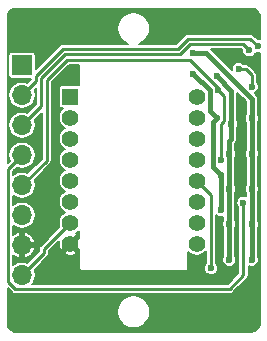
<source format=gbr>
%TF.GenerationSoftware,KiCad,Pcbnew,(5.1.6)-1*%
%TF.CreationDate,2020-09-30T00:52:58+08:00*%
%TF.ProjectId,Ogen,4f67656e-2e6b-4696-9361-645f70636258,rev?*%
%TF.SameCoordinates,Original*%
%TF.FileFunction,Copper,L2,Bot*%
%TF.FilePolarity,Positive*%
%FSLAX46Y46*%
G04 Gerber Fmt 4.6, Leading zero omitted, Abs format (unit mm)*
G04 Created by KiCad (PCBNEW (5.1.6)-1) date 2020-09-30 00:52:58*
%MOMM*%
%LPD*%
G01*
G04 APERTURE LIST*
%TA.AperFunction,ComponentPad*%
%ADD10O,1.700000X1.700000*%
%TD*%
%TA.AperFunction,ComponentPad*%
%ADD11R,1.700000X1.700000*%
%TD*%
%TA.AperFunction,ComponentPad*%
%ADD12C,1.400000*%
%TD*%
%TA.AperFunction,ComponentPad*%
%ADD13R,1.400000X1.400000*%
%TD*%
%TA.AperFunction,ViaPad*%
%ADD14C,0.600000*%
%TD*%
%TA.AperFunction,Conductor*%
%ADD15C,0.400000*%
%TD*%
%TA.AperFunction,Conductor*%
%ADD16C,0.250000*%
%TD*%
%TA.AperFunction,Conductor*%
%ADD17C,0.200000*%
%TD*%
G04 APERTURE END LIST*
D10*
%TO.P,J1,8*%
%TO.N,NRESET*%
X25550000Y-33890000D03*
%TO.P,J1,7*%
%TO.N,GND*%
X25550000Y-31350000D03*
%TO.P,J1,6*%
%TO.N,MOT-H*%
X25550000Y-28810000D03*
%TO.P,J1,5*%
%TO.N,SS-H*%
X25550000Y-26270000D03*
%TO.P,J1,4*%
%TO.N,SCLK-H*%
X25550000Y-23730000D03*
%TO.P,J1,3*%
%TO.N,MOSI-H*%
X25550000Y-21190000D03*
%TO.P,J1,2*%
%TO.N,MISO-H*%
X25550000Y-18650000D03*
D11*
%TO.P,J1,1*%
%TO.N,VCC*%
X25550000Y-16110000D03*
%TD*%
D12*
%TO.P,U2,9*%
%TO.N,MOT*%
X40350000Y-31230000D03*
D13*
%TO.P,U2,1*%
%TO.N,Net-(U2-Pad1)*%
X29650000Y-18770000D03*
D12*
%TO.P,U2,10*%
%TO.N,SCLK*%
X40350000Y-29450000D03*
%TO.P,U2,2*%
%TO.N,Net-(U2-Pad2)*%
X29650000Y-20550000D03*
%TO.P,U2,11*%
%TO.N,MOSI*%
X40350000Y-27670000D03*
%TO.P,U2,3*%
%TO.N,Net-(C1-Pad1)*%
X29650000Y-22330000D03*
%TO.P,U2,12*%
%TO.N,MISO*%
X40350000Y-25890000D03*
%TO.P,U2,4*%
%TO.N,VDD*%
X29650000Y-24110000D03*
%TO.P,U2,13*%
%TO.N,SS*%
X40350000Y-24110000D03*
%TO.P,U2,5*%
%TO.N,VDD*%
X29650000Y-25890000D03*
%TO.P,U2,14*%
%TO.N,Net-(U2-Pad14)*%
X40350000Y-22330000D03*
%TO.P,U2,6*%
%TO.N,Net-(U2-Pad6)*%
X29650000Y-27670000D03*
%TO.P,U2,15*%
%TO.N,Net-(R3-Pad2)*%
X40350000Y-20550000D03*
%TO.P,U2,7*%
%TO.N,NRESET*%
X29650000Y-29450000D03*
%TO.P,U2,16*%
%TO.N,Net-(U2-Pad16)*%
X40350000Y-18770000D03*
%TO.P,U2,8*%
%TO.N,GND*%
X29650000Y-31230000D03*
%TD*%
D14*
%TO.N,GND*%
X31650000Y-13750000D03*
X31000000Y-13750000D03*
X30350000Y-13750000D03*
X25400000Y-37100000D03*
X45200000Y-37300000D03*
X31100000Y-37250000D03*
X42200000Y-31750000D03*
X42300000Y-29650000D03*
X44100000Y-25400000D03*
X27600000Y-33650000D03*
X40150000Y-32900000D03*
X30900000Y-34100000D03*
X45250000Y-34600000D03*
X43450000Y-37750000D03*
X28350000Y-37850000D03*
X31700000Y-11750000D03*
X28800000Y-11750000D03*
X43900000Y-11750000D03*
X24800000Y-13800000D03*
X40600000Y-37700000D03*
X37450000Y-36950000D03*
X26200000Y-12050000D03*
X39700000Y-11800000D03*
X27350000Y-29400000D03*
X27250000Y-27350000D03*
X26800000Y-22450000D03*
X29650000Y-16900000D03*
X38100000Y-13300000D03*
%TO.N,VCC*%
X45000000Y-26600000D03*
X45000000Y-23600000D03*
X45000000Y-29600000D03*
X42400000Y-25400000D03*
X42400000Y-28400000D03*
X45000000Y-20600000D03*
X42050000Y-20550000D03*
X45000000Y-32600000D03*
X40050000Y-16850000D03*
X40050000Y-15050000D03*
%TO.N,SS-H*%
X45000000Y-17950000D03*
X42150000Y-18200000D03*
X42400000Y-24125000D03*
X43900000Y-16450000D03*
%TO.N,SCLK-H*%
X44300000Y-27750000D03*
%TO.N,MOSI-H*%
X44784457Y-14857771D03*
%TO.N,MISO-H*%
X45500000Y-14500000D03*
%TO.N,MISO*%
X41550000Y-33300000D03*
%TO.N,VDD*%
X43100000Y-32600000D03*
X43100000Y-29550000D03*
X43100000Y-26600000D03*
X43100000Y-23600000D03*
X43274989Y-21049998D03*
X42054443Y-17045557D03*
%TD*%
D15*
%TO.N,VCC*%
X42400000Y-28400000D02*
X42400000Y-27197524D01*
X41450001Y-18241999D02*
X40058002Y-16850000D01*
X40058002Y-16850000D02*
X40050000Y-16850000D01*
X45000000Y-32600000D02*
X45000000Y-20600000D01*
X41699999Y-20900001D02*
X42050000Y-20550000D01*
X42400000Y-25400000D02*
X41699999Y-24699999D01*
X41699999Y-24699999D02*
X41699999Y-20900001D01*
X41450001Y-19950001D02*
X42050000Y-20550000D01*
X41450001Y-18241999D02*
X41450001Y-19950001D01*
X42400000Y-25400000D02*
X42400000Y-27197524D01*
X41094888Y-15050000D02*
X40050000Y-15050000D01*
X45000000Y-20600000D02*
X45000000Y-18955112D01*
X45000000Y-18955112D02*
X41094888Y-15050000D01*
D16*
%TO.N,NRESET*%
X25550000Y-33974998D02*
X25550000Y-33980000D01*
X25550000Y-33890000D02*
X27400000Y-32040000D01*
X27400000Y-31700000D02*
X29650000Y-29450000D01*
X27400000Y-32040000D02*
X27400000Y-31700000D01*
%TO.N,SS-H*%
X42150000Y-18024998D02*
X39764992Y-15639990D01*
X39764992Y-15639990D02*
X29385008Y-15639990D01*
X42150000Y-18200000D02*
X42150000Y-18024998D01*
X42675001Y-18725001D02*
X42150000Y-18200000D01*
X42675001Y-20850001D02*
X42675001Y-18725001D01*
X42400000Y-21125002D02*
X42675001Y-20850001D01*
X42400000Y-24125000D02*
X42400000Y-21125002D01*
X42400000Y-21125002D02*
X42400000Y-21250000D01*
X29385008Y-15639990D02*
X27625021Y-17399977D01*
X27625021Y-17399977D02*
X27625021Y-24194979D01*
X27625021Y-24194979D02*
X25550000Y-26270000D01*
X43900000Y-16450000D02*
X44500000Y-16450000D01*
X45000000Y-16950000D02*
X45000000Y-17950000D01*
X44500000Y-16450000D02*
X45000000Y-16950000D01*
%TO.N,SCLK-H*%
X44300000Y-32600000D02*
X44300000Y-27750000D01*
X24374999Y-24905001D02*
X24374999Y-34454001D01*
X44300000Y-33900000D02*
X44300000Y-32600000D01*
X25550000Y-23730000D02*
X24374999Y-24905001D01*
X24374999Y-34454001D02*
X24985999Y-35065001D01*
X24985999Y-35065001D02*
X43134999Y-35065001D01*
X43134999Y-35065001D02*
X44300000Y-33900000D01*
%TO.N,MOSI-H*%
X39772933Y-14343099D02*
X44269785Y-14343099D01*
X44269785Y-14343099D02*
X44784457Y-14857771D01*
X39772933Y-14343099D02*
X38926052Y-15189980D01*
X38926052Y-15189980D02*
X29198608Y-15189980D01*
X27175011Y-19564989D02*
X25550000Y-21190000D01*
X27175012Y-17213576D02*
X27175011Y-19564989D01*
X29198608Y-15189980D02*
X27175012Y-17213576D01*
%TO.N,MISO-H*%
X40356911Y-13893089D02*
X44893089Y-13893089D01*
X44893089Y-13893089D02*
X45500000Y-14500000D01*
X39586533Y-13893089D02*
X40356911Y-13893089D01*
X26725001Y-17474999D02*
X25550000Y-18650000D01*
X26725001Y-17474999D02*
X26725003Y-17027175D01*
X26725003Y-17027175D02*
X29012208Y-14739970D01*
X29012208Y-14739970D02*
X38739652Y-14739970D01*
X38739652Y-14739970D02*
X39586533Y-13893089D01*
%TO.N,MISO*%
X41550000Y-27090000D02*
X40350000Y-25890000D01*
X41550000Y-33300000D02*
X41550000Y-27090000D01*
D15*
%TO.N,VDD*%
X43100000Y-23600000D02*
X43100000Y-32600000D01*
X43274989Y-18266103D02*
X42054443Y-17045557D01*
X43274989Y-21049998D02*
X43274989Y-18266103D01*
X43100000Y-22499978D02*
X43274989Y-22324989D01*
X43100000Y-23600000D02*
X43100000Y-22499978D01*
X43274989Y-21049998D02*
X43274989Y-22324989D01*
%TD*%
D17*
%TO.N,GND*%
G36*
X44184457Y-14858811D02*
G01*
X44184457Y-14916866D01*
X44207515Y-15032785D01*
X44252744Y-15141978D01*
X44318407Y-15240249D01*
X44401979Y-15323821D01*
X44500250Y-15389484D01*
X44609443Y-15434713D01*
X44725362Y-15457771D01*
X44843552Y-15457771D01*
X44959471Y-15434713D01*
X45068664Y-15389484D01*
X45166935Y-15323821D01*
X45250507Y-15240249D01*
X45316170Y-15141978D01*
X45341729Y-15080272D01*
X45440905Y-15100000D01*
X45559095Y-15100000D01*
X45675001Y-15076945D01*
X45675000Y-37984104D01*
X45660616Y-38130805D01*
X45622627Y-38256629D01*
X45560924Y-38372675D01*
X45477853Y-38474531D01*
X45376586Y-38558307D01*
X45260973Y-38620819D01*
X45135410Y-38659687D01*
X44989716Y-38675000D01*
X25015896Y-38675000D01*
X24869195Y-38660616D01*
X24743371Y-38622627D01*
X24627325Y-38560924D01*
X24525469Y-38477853D01*
X24441693Y-38376586D01*
X24379181Y-38260973D01*
X24340313Y-38135410D01*
X24325000Y-37989716D01*
X24325000Y-36862112D01*
X33600000Y-36862112D01*
X33600000Y-37137888D01*
X33653801Y-37408365D01*
X33759336Y-37663149D01*
X33912549Y-37892448D01*
X34107552Y-38087451D01*
X34336851Y-38240664D01*
X34591635Y-38346199D01*
X34862112Y-38400000D01*
X35137888Y-38400000D01*
X35408365Y-38346199D01*
X35663149Y-38240664D01*
X35892448Y-38087451D01*
X36087451Y-37892448D01*
X36240664Y-37663149D01*
X36346199Y-37408365D01*
X36400000Y-37137888D01*
X36400000Y-36862112D01*
X36346199Y-36591635D01*
X36240664Y-36336851D01*
X36087451Y-36107552D01*
X35892448Y-35912549D01*
X35663149Y-35759336D01*
X35408365Y-35653801D01*
X35137888Y-35600000D01*
X34862112Y-35600000D01*
X34591635Y-35653801D01*
X34336851Y-35759336D01*
X34107552Y-35912549D01*
X33912549Y-36107552D01*
X33759336Y-36336851D01*
X33653801Y-36591635D01*
X33600000Y-36862112D01*
X24325000Y-36862112D01*
X24325000Y-35005042D01*
X24670720Y-35350763D01*
X24684025Y-35366975D01*
X24748739Y-35420085D01*
X24822572Y-35459549D01*
X24878382Y-35476479D01*
X24902684Y-35483851D01*
X24911097Y-35484680D01*
X24965125Y-35490001D01*
X24965131Y-35490001D01*
X24985998Y-35492056D01*
X25006865Y-35490001D01*
X43114132Y-35490001D01*
X43134999Y-35492056D01*
X43155866Y-35490001D01*
X43155873Y-35490001D01*
X43218313Y-35483851D01*
X43298426Y-35459549D01*
X43372259Y-35420085D01*
X43436973Y-35366975D01*
X43450282Y-35350758D01*
X44585763Y-34215278D01*
X44601974Y-34201974D01*
X44655084Y-34137260D01*
X44694548Y-34063427D01*
X44718850Y-33983314D01*
X44725000Y-33920874D01*
X44725000Y-33920868D01*
X44727055Y-33900001D01*
X44725000Y-33879134D01*
X44725000Y-33135527D01*
X44824986Y-33176942D01*
X44940905Y-33200000D01*
X45059095Y-33200000D01*
X45175014Y-33176942D01*
X45284207Y-33131713D01*
X45382478Y-33066050D01*
X45466050Y-32982478D01*
X45531713Y-32884207D01*
X45576942Y-32775014D01*
X45600000Y-32659095D01*
X45600000Y-32540905D01*
X45576942Y-32424986D01*
X45531713Y-32315793D01*
X45500000Y-32268331D01*
X45500000Y-29931669D01*
X45531713Y-29884207D01*
X45576942Y-29775014D01*
X45600000Y-29659095D01*
X45600000Y-29540905D01*
X45576942Y-29424986D01*
X45531713Y-29315793D01*
X45500000Y-29268331D01*
X45500000Y-26931669D01*
X45531713Y-26884207D01*
X45576942Y-26775014D01*
X45600000Y-26659095D01*
X45600000Y-26540905D01*
X45576942Y-26424986D01*
X45531713Y-26315793D01*
X45500000Y-26268331D01*
X45500000Y-23931669D01*
X45531713Y-23884207D01*
X45576942Y-23775014D01*
X45600000Y-23659095D01*
X45600000Y-23540905D01*
X45576942Y-23424986D01*
X45531713Y-23315793D01*
X45500000Y-23268331D01*
X45500000Y-20931669D01*
X45531713Y-20884207D01*
X45576942Y-20775014D01*
X45600000Y-20659095D01*
X45600000Y-20540905D01*
X45576942Y-20424986D01*
X45531713Y-20315793D01*
X45500000Y-20268331D01*
X45500000Y-18979661D01*
X45502418Y-18955111D01*
X45500000Y-18930561D01*
X45500000Y-18930552D01*
X45492765Y-18857095D01*
X45464175Y-18762845D01*
X45417746Y-18675983D01*
X45355264Y-18599848D01*
X45336187Y-18584192D01*
X45248499Y-18496504D01*
X45284207Y-18481713D01*
X45382478Y-18416050D01*
X45466050Y-18332478D01*
X45531713Y-18234207D01*
X45576942Y-18125014D01*
X45600000Y-18009095D01*
X45600000Y-17890905D01*
X45576942Y-17774986D01*
X45531713Y-17665793D01*
X45466050Y-17567522D01*
X45425000Y-17526472D01*
X45425000Y-16970867D01*
X45427055Y-16950000D01*
X45425000Y-16929133D01*
X45425000Y-16929126D01*
X45418850Y-16866686D01*
X45408473Y-16832478D01*
X45394548Y-16786572D01*
X45380801Y-16760855D01*
X45355084Y-16712740D01*
X45301974Y-16648026D01*
X45285763Y-16634722D01*
X44815283Y-16164243D01*
X44801974Y-16148026D01*
X44737260Y-16094916D01*
X44663427Y-16055452D01*
X44583314Y-16031150D01*
X44520874Y-16025000D01*
X44520867Y-16025000D01*
X44500000Y-16022945D01*
X44479133Y-16025000D01*
X44323528Y-16025000D01*
X44282478Y-15983950D01*
X44184207Y-15918287D01*
X44075014Y-15873058D01*
X43959095Y-15850000D01*
X43840905Y-15850000D01*
X43724986Y-15873058D01*
X43615793Y-15918287D01*
X43517522Y-15983950D01*
X43433950Y-16067522D01*
X43368287Y-16165793D01*
X43323058Y-16274986D01*
X43300000Y-16390905D01*
X43300000Y-16509095D01*
X43309662Y-16557668D01*
X41520092Y-14768099D01*
X44093745Y-14768099D01*
X44184457Y-14858811D01*
G37*
X44184457Y-14858811D02*
X44184457Y-14916866D01*
X44207515Y-15032785D01*
X44252744Y-15141978D01*
X44318407Y-15240249D01*
X44401979Y-15323821D01*
X44500250Y-15389484D01*
X44609443Y-15434713D01*
X44725362Y-15457771D01*
X44843552Y-15457771D01*
X44959471Y-15434713D01*
X45068664Y-15389484D01*
X45166935Y-15323821D01*
X45250507Y-15240249D01*
X45316170Y-15141978D01*
X45341729Y-15080272D01*
X45440905Y-15100000D01*
X45559095Y-15100000D01*
X45675001Y-15076945D01*
X45675000Y-37984104D01*
X45660616Y-38130805D01*
X45622627Y-38256629D01*
X45560924Y-38372675D01*
X45477853Y-38474531D01*
X45376586Y-38558307D01*
X45260973Y-38620819D01*
X45135410Y-38659687D01*
X44989716Y-38675000D01*
X25015896Y-38675000D01*
X24869195Y-38660616D01*
X24743371Y-38622627D01*
X24627325Y-38560924D01*
X24525469Y-38477853D01*
X24441693Y-38376586D01*
X24379181Y-38260973D01*
X24340313Y-38135410D01*
X24325000Y-37989716D01*
X24325000Y-36862112D01*
X33600000Y-36862112D01*
X33600000Y-37137888D01*
X33653801Y-37408365D01*
X33759336Y-37663149D01*
X33912549Y-37892448D01*
X34107552Y-38087451D01*
X34336851Y-38240664D01*
X34591635Y-38346199D01*
X34862112Y-38400000D01*
X35137888Y-38400000D01*
X35408365Y-38346199D01*
X35663149Y-38240664D01*
X35892448Y-38087451D01*
X36087451Y-37892448D01*
X36240664Y-37663149D01*
X36346199Y-37408365D01*
X36400000Y-37137888D01*
X36400000Y-36862112D01*
X36346199Y-36591635D01*
X36240664Y-36336851D01*
X36087451Y-36107552D01*
X35892448Y-35912549D01*
X35663149Y-35759336D01*
X35408365Y-35653801D01*
X35137888Y-35600000D01*
X34862112Y-35600000D01*
X34591635Y-35653801D01*
X34336851Y-35759336D01*
X34107552Y-35912549D01*
X33912549Y-36107552D01*
X33759336Y-36336851D01*
X33653801Y-36591635D01*
X33600000Y-36862112D01*
X24325000Y-36862112D01*
X24325000Y-35005042D01*
X24670720Y-35350763D01*
X24684025Y-35366975D01*
X24748739Y-35420085D01*
X24822572Y-35459549D01*
X24878382Y-35476479D01*
X24902684Y-35483851D01*
X24911097Y-35484680D01*
X24965125Y-35490001D01*
X24965131Y-35490001D01*
X24985998Y-35492056D01*
X25006865Y-35490001D01*
X43114132Y-35490001D01*
X43134999Y-35492056D01*
X43155866Y-35490001D01*
X43155873Y-35490001D01*
X43218313Y-35483851D01*
X43298426Y-35459549D01*
X43372259Y-35420085D01*
X43436973Y-35366975D01*
X43450282Y-35350758D01*
X44585763Y-34215278D01*
X44601974Y-34201974D01*
X44655084Y-34137260D01*
X44694548Y-34063427D01*
X44718850Y-33983314D01*
X44725000Y-33920874D01*
X44725000Y-33920868D01*
X44727055Y-33900001D01*
X44725000Y-33879134D01*
X44725000Y-33135527D01*
X44824986Y-33176942D01*
X44940905Y-33200000D01*
X45059095Y-33200000D01*
X45175014Y-33176942D01*
X45284207Y-33131713D01*
X45382478Y-33066050D01*
X45466050Y-32982478D01*
X45531713Y-32884207D01*
X45576942Y-32775014D01*
X45600000Y-32659095D01*
X45600000Y-32540905D01*
X45576942Y-32424986D01*
X45531713Y-32315793D01*
X45500000Y-32268331D01*
X45500000Y-29931669D01*
X45531713Y-29884207D01*
X45576942Y-29775014D01*
X45600000Y-29659095D01*
X45600000Y-29540905D01*
X45576942Y-29424986D01*
X45531713Y-29315793D01*
X45500000Y-29268331D01*
X45500000Y-26931669D01*
X45531713Y-26884207D01*
X45576942Y-26775014D01*
X45600000Y-26659095D01*
X45600000Y-26540905D01*
X45576942Y-26424986D01*
X45531713Y-26315793D01*
X45500000Y-26268331D01*
X45500000Y-23931669D01*
X45531713Y-23884207D01*
X45576942Y-23775014D01*
X45600000Y-23659095D01*
X45600000Y-23540905D01*
X45576942Y-23424986D01*
X45531713Y-23315793D01*
X45500000Y-23268331D01*
X45500000Y-20931669D01*
X45531713Y-20884207D01*
X45576942Y-20775014D01*
X45600000Y-20659095D01*
X45600000Y-20540905D01*
X45576942Y-20424986D01*
X45531713Y-20315793D01*
X45500000Y-20268331D01*
X45500000Y-18979661D01*
X45502418Y-18955111D01*
X45500000Y-18930561D01*
X45500000Y-18930552D01*
X45492765Y-18857095D01*
X45464175Y-18762845D01*
X45417746Y-18675983D01*
X45355264Y-18599848D01*
X45336187Y-18584192D01*
X45248499Y-18496504D01*
X45284207Y-18481713D01*
X45382478Y-18416050D01*
X45466050Y-18332478D01*
X45531713Y-18234207D01*
X45576942Y-18125014D01*
X45600000Y-18009095D01*
X45600000Y-17890905D01*
X45576942Y-17774986D01*
X45531713Y-17665793D01*
X45466050Y-17567522D01*
X45425000Y-17526472D01*
X45425000Y-16970867D01*
X45427055Y-16950000D01*
X45425000Y-16929133D01*
X45425000Y-16929126D01*
X45418850Y-16866686D01*
X45408473Y-16832478D01*
X45394548Y-16786572D01*
X45380801Y-16760855D01*
X45355084Y-16712740D01*
X45301974Y-16648026D01*
X45285763Y-16634722D01*
X44815283Y-16164243D01*
X44801974Y-16148026D01*
X44737260Y-16094916D01*
X44663427Y-16055452D01*
X44583314Y-16031150D01*
X44520874Y-16025000D01*
X44520867Y-16025000D01*
X44500000Y-16022945D01*
X44479133Y-16025000D01*
X44323528Y-16025000D01*
X44282478Y-15983950D01*
X44184207Y-15918287D01*
X44075014Y-15873058D01*
X43959095Y-15850000D01*
X43840905Y-15850000D01*
X43724986Y-15873058D01*
X43615793Y-15918287D01*
X43517522Y-15983950D01*
X43433950Y-16067522D01*
X43368287Y-16165793D01*
X43323058Y-16274986D01*
X43300000Y-16390905D01*
X43300000Y-16509095D01*
X43309662Y-16557668D01*
X41520092Y-14768099D01*
X44093745Y-14768099D01*
X44184457Y-14858811D01*
G36*
X44500001Y-19162220D02*
G01*
X44500000Y-20268331D01*
X44468287Y-20315793D01*
X44423058Y-20424986D01*
X44400000Y-20540905D01*
X44400000Y-20659095D01*
X44423058Y-20775014D01*
X44468287Y-20884207D01*
X44500001Y-20931670D01*
X44500001Y-23268330D01*
X44468287Y-23315793D01*
X44423058Y-23424986D01*
X44400000Y-23540905D01*
X44400000Y-23659095D01*
X44423058Y-23775014D01*
X44468287Y-23884207D01*
X44500001Y-23931670D01*
X44500001Y-26268331D01*
X44468287Y-26315793D01*
X44423058Y-26424986D01*
X44400000Y-26540905D01*
X44400000Y-26659095D01*
X44423058Y-26775014D01*
X44468287Y-26884207D01*
X44500000Y-26931669D01*
X44500000Y-27183408D01*
X44475014Y-27173058D01*
X44359095Y-27150000D01*
X44240905Y-27150000D01*
X44124986Y-27173058D01*
X44015793Y-27218287D01*
X43917522Y-27283950D01*
X43833950Y-27367522D01*
X43768287Y-27465793D01*
X43723058Y-27574986D01*
X43700000Y-27690905D01*
X43700000Y-27809095D01*
X43723058Y-27925014D01*
X43768287Y-28034207D01*
X43833950Y-28132478D01*
X43875001Y-28173529D01*
X43875000Y-32620873D01*
X43875001Y-32620883D01*
X43875000Y-33723959D01*
X42958959Y-34640001D01*
X26426344Y-34640001D01*
X26443263Y-34623082D01*
X26569116Y-34434729D01*
X26655806Y-34225443D01*
X26700000Y-34003265D01*
X26700000Y-33776735D01*
X26655806Y-33554557D01*
X26606212Y-33434828D01*
X27685763Y-32355278D01*
X27701974Y-32341974D01*
X27755084Y-32277260D01*
X27794548Y-32203427D01*
X27818850Y-32123314D01*
X27825000Y-32060874D01*
X27825000Y-32060868D01*
X27827055Y-32040001D01*
X27825000Y-32019134D01*
X27825000Y-31984950D01*
X29107182Y-31984950D01*
X29187341Y-32121990D01*
X29370249Y-32195111D01*
X29563908Y-32231143D01*
X29760876Y-32228702D01*
X29953583Y-32187881D01*
X30112659Y-32121990D01*
X30192818Y-31984950D01*
X29650000Y-31442132D01*
X29107182Y-31984950D01*
X27825000Y-31984950D01*
X27825000Y-31876040D01*
X28669824Y-31031216D01*
X28648857Y-31143908D01*
X28651298Y-31340876D01*
X28692119Y-31533583D01*
X28758010Y-31692659D01*
X28895050Y-31772818D01*
X29437868Y-31230000D01*
X29423726Y-31215858D01*
X29635858Y-31003726D01*
X29650000Y-31017868D01*
X30192818Y-30475050D01*
X30113951Y-30340218D01*
X30123678Y-30336189D01*
X30287463Y-30226751D01*
X30375001Y-30139213D01*
X30375001Y-30717131D01*
X29862132Y-31230000D01*
X30375001Y-31742869D01*
X30375001Y-33234029D01*
X30373428Y-33250000D01*
X30379703Y-33313711D01*
X30398287Y-33374974D01*
X30428465Y-33431434D01*
X30469079Y-33480921D01*
X30518566Y-33521535D01*
X30575026Y-33551713D01*
X30636289Y-33570297D01*
X30684039Y-33575000D01*
X30684040Y-33575000D01*
X30700000Y-33576572D01*
X30715961Y-33575000D01*
X39284040Y-33575000D01*
X39300000Y-33576572D01*
X39363711Y-33570297D01*
X39424974Y-33551713D01*
X39481434Y-33521535D01*
X39530921Y-33480921D01*
X39571535Y-33431434D01*
X39601713Y-33374974D01*
X39620297Y-33313711D01*
X39625000Y-33265961D01*
X39626572Y-33250000D01*
X39625000Y-33234039D01*
X39625000Y-31919214D01*
X39712537Y-32006751D01*
X39876322Y-32116189D01*
X40058311Y-32191571D01*
X40251509Y-32230000D01*
X40448491Y-32230000D01*
X40641689Y-32191571D01*
X40823678Y-32116189D01*
X40987463Y-32006751D01*
X41125000Y-31869214D01*
X41125000Y-32876472D01*
X41083950Y-32917522D01*
X41018287Y-33015793D01*
X40973058Y-33124986D01*
X40950000Y-33240905D01*
X40950000Y-33359095D01*
X40973058Y-33475014D01*
X41018287Y-33584207D01*
X41083950Y-33682478D01*
X41167522Y-33766050D01*
X41265793Y-33831713D01*
X41374986Y-33876942D01*
X41490905Y-33900000D01*
X41609095Y-33900000D01*
X41725014Y-33876942D01*
X41834207Y-33831713D01*
X41932478Y-33766050D01*
X42016050Y-33682478D01*
X42081713Y-33584207D01*
X42126942Y-33475014D01*
X42150000Y-33359095D01*
X42150000Y-33240905D01*
X42126942Y-33124986D01*
X42081713Y-33015793D01*
X42016050Y-32917522D01*
X41975000Y-32876472D01*
X41975000Y-28823528D01*
X42017522Y-28866050D01*
X42115793Y-28931713D01*
X42224986Y-28976942D01*
X42340905Y-29000000D01*
X42459095Y-29000000D01*
X42575014Y-28976942D01*
X42600001Y-28966592D01*
X42600001Y-29218331D01*
X42568287Y-29265793D01*
X42523058Y-29374986D01*
X42500000Y-29490905D01*
X42500000Y-29609095D01*
X42523058Y-29725014D01*
X42568287Y-29834207D01*
X42600001Y-29881670D01*
X42600001Y-32268330D01*
X42568287Y-32315793D01*
X42523058Y-32424986D01*
X42500000Y-32540905D01*
X42500000Y-32659095D01*
X42523058Y-32775014D01*
X42568287Y-32884207D01*
X42633950Y-32982478D01*
X42717522Y-33066050D01*
X42815793Y-33131713D01*
X42924986Y-33176942D01*
X43040905Y-33200000D01*
X43159095Y-33200000D01*
X43275014Y-33176942D01*
X43384207Y-33131713D01*
X43482478Y-33066050D01*
X43566050Y-32982478D01*
X43631713Y-32884207D01*
X43676942Y-32775014D01*
X43700000Y-32659095D01*
X43700000Y-32540905D01*
X43676942Y-32424986D01*
X43631713Y-32315793D01*
X43600000Y-32268331D01*
X43600000Y-29881669D01*
X43631713Y-29834207D01*
X43676942Y-29725014D01*
X43700000Y-29609095D01*
X43700000Y-29490905D01*
X43676942Y-29374986D01*
X43631713Y-29265793D01*
X43600000Y-29218331D01*
X43600000Y-26931669D01*
X43631713Y-26884207D01*
X43676942Y-26775014D01*
X43700000Y-26659095D01*
X43700000Y-26540905D01*
X43676942Y-26424986D01*
X43631713Y-26315793D01*
X43600000Y-26268331D01*
X43600000Y-23931669D01*
X43631713Y-23884207D01*
X43676942Y-23775014D01*
X43700000Y-23659095D01*
X43700000Y-23540905D01*
X43676942Y-23424986D01*
X43631713Y-23315793D01*
X43600000Y-23268331D01*
X43600000Y-22707084D01*
X43611170Y-22695914D01*
X43630253Y-22680253D01*
X43692735Y-22604118D01*
X43739164Y-22517256D01*
X43767754Y-22423006D01*
X43774989Y-22349549D01*
X43777408Y-22324989D01*
X43774989Y-22300429D01*
X43774989Y-21381667D01*
X43806702Y-21334205D01*
X43851931Y-21225012D01*
X43874989Y-21109093D01*
X43874989Y-20990903D01*
X43851931Y-20874984D01*
X43806702Y-20765791D01*
X43774989Y-20718329D01*
X43774989Y-18437208D01*
X44500001Y-19162220D01*
G37*
X44500001Y-19162220D02*
X44500000Y-20268331D01*
X44468287Y-20315793D01*
X44423058Y-20424986D01*
X44400000Y-20540905D01*
X44400000Y-20659095D01*
X44423058Y-20775014D01*
X44468287Y-20884207D01*
X44500001Y-20931670D01*
X44500001Y-23268330D01*
X44468287Y-23315793D01*
X44423058Y-23424986D01*
X44400000Y-23540905D01*
X44400000Y-23659095D01*
X44423058Y-23775014D01*
X44468287Y-23884207D01*
X44500001Y-23931670D01*
X44500001Y-26268331D01*
X44468287Y-26315793D01*
X44423058Y-26424986D01*
X44400000Y-26540905D01*
X44400000Y-26659095D01*
X44423058Y-26775014D01*
X44468287Y-26884207D01*
X44500000Y-26931669D01*
X44500000Y-27183408D01*
X44475014Y-27173058D01*
X44359095Y-27150000D01*
X44240905Y-27150000D01*
X44124986Y-27173058D01*
X44015793Y-27218287D01*
X43917522Y-27283950D01*
X43833950Y-27367522D01*
X43768287Y-27465793D01*
X43723058Y-27574986D01*
X43700000Y-27690905D01*
X43700000Y-27809095D01*
X43723058Y-27925014D01*
X43768287Y-28034207D01*
X43833950Y-28132478D01*
X43875001Y-28173529D01*
X43875000Y-32620873D01*
X43875001Y-32620883D01*
X43875000Y-33723959D01*
X42958959Y-34640001D01*
X26426344Y-34640001D01*
X26443263Y-34623082D01*
X26569116Y-34434729D01*
X26655806Y-34225443D01*
X26700000Y-34003265D01*
X26700000Y-33776735D01*
X26655806Y-33554557D01*
X26606212Y-33434828D01*
X27685763Y-32355278D01*
X27701974Y-32341974D01*
X27755084Y-32277260D01*
X27794548Y-32203427D01*
X27818850Y-32123314D01*
X27825000Y-32060874D01*
X27825000Y-32060868D01*
X27827055Y-32040001D01*
X27825000Y-32019134D01*
X27825000Y-31984950D01*
X29107182Y-31984950D01*
X29187341Y-32121990D01*
X29370249Y-32195111D01*
X29563908Y-32231143D01*
X29760876Y-32228702D01*
X29953583Y-32187881D01*
X30112659Y-32121990D01*
X30192818Y-31984950D01*
X29650000Y-31442132D01*
X29107182Y-31984950D01*
X27825000Y-31984950D01*
X27825000Y-31876040D01*
X28669824Y-31031216D01*
X28648857Y-31143908D01*
X28651298Y-31340876D01*
X28692119Y-31533583D01*
X28758010Y-31692659D01*
X28895050Y-31772818D01*
X29437868Y-31230000D01*
X29423726Y-31215858D01*
X29635858Y-31003726D01*
X29650000Y-31017868D01*
X30192818Y-30475050D01*
X30113951Y-30340218D01*
X30123678Y-30336189D01*
X30287463Y-30226751D01*
X30375001Y-30139213D01*
X30375001Y-30717131D01*
X29862132Y-31230000D01*
X30375001Y-31742869D01*
X30375001Y-33234029D01*
X30373428Y-33250000D01*
X30379703Y-33313711D01*
X30398287Y-33374974D01*
X30428465Y-33431434D01*
X30469079Y-33480921D01*
X30518566Y-33521535D01*
X30575026Y-33551713D01*
X30636289Y-33570297D01*
X30684039Y-33575000D01*
X30684040Y-33575000D01*
X30700000Y-33576572D01*
X30715961Y-33575000D01*
X39284040Y-33575000D01*
X39300000Y-33576572D01*
X39363711Y-33570297D01*
X39424974Y-33551713D01*
X39481434Y-33521535D01*
X39530921Y-33480921D01*
X39571535Y-33431434D01*
X39601713Y-33374974D01*
X39620297Y-33313711D01*
X39625000Y-33265961D01*
X39626572Y-33250000D01*
X39625000Y-33234039D01*
X39625000Y-31919214D01*
X39712537Y-32006751D01*
X39876322Y-32116189D01*
X40058311Y-32191571D01*
X40251509Y-32230000D01*
X40448491Y-32230000D01*
X40641689Y-32191571D01*
X40823678Y-32116189D01*
X40987463Y-32006751D01*
X41125000Y-31869214D01*
X41125000Y-32876472D01*
X41083950Y-32917522D01*
X41018287Y-33015793D01*
X40973058Y-33124986D01*
X40950000Y-33240905D01*
X40950000Y-33359095D01*
X40973058Y-33475014D01*
X41018287Y-33584207D01*
X41083950Y-33682478D01*
X41167522Y-33766050D01*
X41265793Y-33831713D01*
X41374986Y-33876942D01*
X41490905Y-33900000D01*
X41609095Y-33900000D01*
X41725014Y-33876942D01*
X41834207Y-33831713D01*
X41932478Y-33766050D01*
X42016050Y-33682478D01*
X42081713Y-33584207D01*
X42126942Y-33475014D01*
X42150000Y-33359095D01*
X42150000Y-33240905D01*
X42126942Y-33124986D01*
X42081713Y-33015793D01*
X42016050Y-32917522D01*
X41975000Y-32876472D01*
X41975000Y-28823528D01*
X42017522Y-28866050D01*
X42115793Y-28931713D01*
X42224986Y-28976942D01*
X42340905Y-29000000D01*
X42459095Y-29000000D01*
X42575014Y-28976942D01*
X42600001Y-28966592D01*
X42600001Y-29218331D01*
X42568287Y-29265793D01*
X42523058Y-29374986D01*
X42500000Y-29490905D01*
X42500000Y-29609095D01*
X42523058Y-29725014D01*
X42568287Y-29834207D01*
X42600001Y-29881670D01*
X42600001Y-32268330D01*
X42568287Y-32315793D01*
X42523058Y-32424986D01*
X42500000Y-32540905D01*
X42500000Y-32659095D01*
X42523058Y-32775014D01*
X42568287Y-32884207D01*
X42633950Y-32982478D01*
X42717522Y-33066050D01*
X42815793Y-33131713D01*
X42924986Y-33176942D01*
X43040905Y-33200000D01*
X43159095Y-33200000D01*
X43275014Y-33176942D01*
X43384207Y-33131713D01*
X43482478Y-33066050D01*
X43566050Y-32982478D01*
X43631713Y-32884207D01*
X43676942Y-32775014D01*
X43700000Y-32659095D01*
X43700000Y-32540905D01*
X43676942Y-32424986D01*
X43631713Y-32315793D01*
X43600000Y-32268331D01*
X43600000Y-29881669D01*
X43631713Y-29834207D01*
X43676942Y-29725014D01*
X43700000Y-29609095D01*
X43700000Y-29490905D01*
X43676942Y-29374986D01*
X43631713Y-29265793D01*
X43600000Y-29218331D01*
X43600000Y-26931669D01*
X43631713Y-26884207D01*
X43676942Y-26775014D01*
X43700000Y-26659095D01*
X43700000Y-26540905D01*
X43676942Y-26424986D01*
X43631713Y-26315793D01*
X43600000Y-26268331D01*
X43600000Y-23931669D01*
X43631713Y-23884207D01*
X43676942Y-23775014D01*
X43700000Y-23659095D01*
X43700000Y-23540905D01*
X43676942Y-23424986D01*
X43631713Y-23315793D01*
X43600000Y-23268331D01*
X43600000Y-22707084D01*
X43611170Y-22695914D01*
X43630253Y-22680253D01*
X43692735Y-22604118D01*
X43739164Y-22517256D01*
X43767754Y-22423006D01*
X43774989Y-22349549D01*
X43777408Y-22324989D01*
X43774989Y-22300429D01*
X43774989Y-21381667D01*
X43806702Y-21334205D01*
X43851931Y-21225012D01*
X43874989Y-21109093D01*
X43874989Y-20990903D01*
X43851931Y-20874984D01*
X43806702Y-20765791D01*
X43774989Y-20718329D01*
X43774989Y-18437208D01*
X44500001Y-19162220D01*
G36*
X30375000Y-17771011D02*
G01*
X30350000Y-17768549D01*
X28950000Y-17768549D01*
X28891190Y-17774341D01*
X28834640Y-17791496D01*
X28782523Y-17819353D01*
X28736842Y-17856842D01*
X28699353Y-17902523D01*
X28671496Y-17954640D01*
X28654341Y-18011190D01*
X28648549Y-18070000D01*
X28648549Y-19470000D01*
X28654341Y-19528810D01*
X28671496Y-19585360D01*
X28699353Y-19637477D01*
X28736842Y-19683158D01*
X28782523Y-19720647D01*
X28834640Y-19748504D01*
X28891190Y-19765659D01*
X28950000Y-19771451D01*
X29015228Y-19771451D01*
X29012537Y-19773249D01*
X28873249Y-19912537D01*
X28763811Y-20076322D01*
X28688429Y-20258311D01*
X28650000Y-20451509D01*
X28650000Y-20648491D01*
X28688429Y-20841689D01*
X28763811Y-21023678D01*
X28873249Y-21187463D01*
X29012537Y-21326751D01*
X29176322Y-21436189D01*
X29185523Y-21440000D01*
X29176322Y-21443811D01*
X29012537Y-21553249D01*
X28873249Y-21692537D01*
X28763811Y-21856322D01*
X28688429Y-22038311D01*
X28650000Y-22231509D01*
X28650000Y-22428491D01*
X28688429Y-22621689D01*
X28763811Y-22803678D01*
X28873249Y-22967463D01*
X29012537Y-23106751D01*
X29176322Y-23216189D01*
X29185523Y-23220000D01*
X29176322Y-23223811D01*
X29012537Y-23333249D01*
X28873249Y-23472537D01*
X28763811Y-23636322D01*
X28688429Y-23818311D01*
X28650000Y-24011509D01*
X28650000Y-24208491D01*
X28688429Y-24401689D01*
X28763811Y-24583678D01*
X28873249Y-24747463D01*
X29012537Y-24886751D01*
X29176322Y-24996189D01*
X29185523Y-25000000D01*
X29176322Y-25003811D01*
X29012537Y-25113249D01*
X28873249Y-25252537D01*
X28763811Y-25416322D01*
X28688429Y-25598311D01*
X28650000Y-25791509D01*
X28650000Y-25988491D01*
X28688429Y-26181689D01*
X28763811Y-26363678D01*
X28873249Y-26527463D01*
X29012537Y-26666751D01*
X29176322Y-26776189D01*
X29185523Y-26780000D01*
X29176322Y-26783811D01*
X29012537Y-26893249D01*
X28873249Y-27032537D01*
X28763811Y-27196322D01*
X28688429Y-27378311D01*
X28650000Y-27571509D01*
X28650000Y-27768491D01*
X28688429Y-27961689D01*
X28763811Y-28143678D01*
X28873249Y-28307463D01*
X29012537Y-28446751D01*
X29176322Y-28556189D01*
X29185523Y-28560000D01*
X29176322Y-28563811D01*
X29012537Y-28673249D01*
X28873249Y-28812537D01*
X28763811Y-28976322D01*
X28688429Y-29158311D01*
X28650000Y-29351509D01*
X28650000Y-29548491D01*
X28688429Y-29741689D01*
X28708592Y-29790368D01*
X27114239Y-31384721D01*
X27098027Y-31398026D01*
X27044917Y-31462740D01*
X27005453Y-31536573D01*
X26981150Y-31616686D01*
X26975000Y-31679126D01*
X26975000Y-31679133D01*
X26972945Y-31700000D01*
X26975000Y-31720867D01*
X26975000Y-31863959D01*
X26005172Y-32833788D01*
X25885443Y-32784194D01*
X25663265Y-32740000D01*
X25436735Y-32740000D01*
X25214557Y-32784194D01*
X25005271Y-32870884D01*
X24816918Y-32996737D01*
X24799999Y-33013656D01*
X24799999Y-32217777D01*
X24826361Y-32243791D01*
X25014635Y-32367792D01*
X25223483Y-32452680D01*
X25400000Y-32415183D01*
X25400000Y-31500000D01*
X25700000Y-31500000D01*
X25700000Y-32415183D01*
X25876517Y-32452680D01*
X26085365Y-32367792D01*
X26273639Y-32243791D01*
X26434104Y-32085442D01*
X26560594Y-31898831D01*
X26648247Y-31691128D01*
X26652672Y-31676516D01*
X26614483Y-31500000D01*
X25700000Y-31500000D01*
X25400000Y-31500000D01*
X25380000Y-31500000D01*
X25380000Y-31200000D01*
X25400000Y-31200000D01*
X25400000Y-30284817D01*
X25700000Y-30284817D01*
X25700000Y-31200000D01*
X26614483Y-31200000D01*
X26652672Y-31023484D01*
X26648247Y-31008872D01*
X26560594Y-30801169D01*
X26434104Y-30614558D01*
X26273639Y-30456209D01*
X26085365Y-30332208D01*
X25876517Y-30247320D01*
X25700000Y-30284817D01*
X25400000Y-30284817D01*
X25223483Y-30247320D01*
X25014635Y-30332208D01*
X24826361Y-30456209D01*
X24799999Y-30482223D01*
X24799999Y-29686344D01*
X24816918Y-29703263D01*
X25005271Y-29829116D01*
X25214557Y-29915806D01*
X25436735Y-29960000D01*
X25663265Y-29960000D01*
X25885443Y-29915806D01*
X26094729Y-29829116D01*
X26283082Y-29703263D01*
X26443263Y-29543082D01*
X26569116Y-29354729D01*
X26655806Y-29145443D01*
X26700000Y-28923265D01*
X26700000Y-28696735D01*
X26655806Y-28474557D01*
X26569116Y-28265271D01*
X26443263Y-28076918D01*
X26283082Y-27916737D01*
X26094729Y-27790884D01*
X25885443Y-27704194D01*
X25663265Y-27660000D01*
X25436735Y-27660000D01*
X25214557Y-27704194D01*
X25005271Y-27790884D01*
X24816918Y-27916737D01*
X24799999Y-27933656D01*
X24799999Y-27146344D01*
X24816918Y-27163263D01*
X25005271Y-27289116D01*
X25214557Y-27375806D01*
X25436735Y-27420000D01*
X25663265Y-27420000D01*
X25885443Y-27375806D01*
X26094729Y-27289116D01*
X26283082Y-27163263D01*
X26443263Y-27003082D01*
X26569116Y-26814729D01*
X26655806Y-26605443D01*
X26700000Y-26383265D01*
X26700000Y-26156735D01*
X26655806Y-25934557D01*
X26606212Y-25814828D01*
X27910783Y-24510258D01*
X27926995Y-24496953D01*
X27980105Y-24432239D01*
X28017510Y-24362259D01*
X28019569Y-24358407D01*
X28043871Y-24278294D01*
X28044624Y-24270652D01*
X28050021Y-24215853D01*
X28050021Y-24215846D01*
X28052076Y-24194979D01*
X28050021Y-24174112D01*
X28050021Y-17576017D01*
X29561049Y-16064990D01*
X30375000Y-16064990D01*
X30375000Y-17771011D01*
G37*
X30375000Y-17771011D02*
X30350000Y-17768549D01*
X28950000Y-17768549D01*
X28891190Y-17774341D01*
X28834640Y-17791496D01*
X28782523Y-17819353D01*
X28736842Y-17856842D01*
X28699353Y-17902523D01*
X28671496Y-17954640D01*
X28654341Y-18011190D01*
X28648549Y-18070000D01*
X28648549Y-19470000D01*
X28654341Y-19528810D01*
X28671496Y-19585360D01*
X28699353Y-19637477D01*
X28736842Y-19683158D01*
X28782523Y-19720647D01*
X28834640Y-19748504D01*
X28891190Y-19765659D01*
X28950000Y-19771451D01*
X29015228Y-19771451D01*
X29012537Y-19773249D01*
X28873249Y-19912537D01*
X28763811Y-20076322D01*
X28688429Y-20258311D01*
X28650000Y-20451509D01*
X28650000Y-20648491D01*
X28688429Y-20841689D01*
X28763811Y-21023678D01*
X28873249Y-21187463D01*
X29012537Y-21326751D01*
X29176322Y-21436189D01*
X29185523Y-21440000D01*
X29176322Y-21443811D01*
X29012537Y-21553249D01*
X28873249Y-21692537D01*
X28763811Y-21856322D01*
X28688429Y-22038311D01*
X28650000Y-22231509D01*
X28650000Y-22428491D01*
X28688429Y-22621689D01*
X28763811Y-22803678D01*
X28873249Y-22967463D01*
X29012537Y-23106751D01*
X29176322Y-23216189D01*
X29185523Y-23220000D01*
X29176322Y-23223811D01*
X29012537Y-23333249D01*
X28873249Y-23472537D01*
X28763811Y-23636322D01*
X28688429Y-23818311D01*
X28650000Y-24011509D01*
X28650000Y-24208491D01*
X28688429Y-24401689D01*
X28763811Y-24583678D01*
X28873249Y-24747463D01*
X29012537Y-24886751D01*
X29176322Y-24996189D01*
X29185523Y-25000000D01*
X29176322Y-25003811D01*
X29012537Y-25113249D01*
X28873249Y-25252537D01*
X28763811Y-25416322D01*
X28688429Y-25598311D01*
X28650000Y-25791509D01*
X28650000Y-25988491D01*
X28688429Y-26181689D01*
X28763811Y-26363678D01*
X28873249Y-26527463D01*
X29012537Y-26666751D01*
X29176322Y-26776189D01*
X29185523Y-26780000D01*
X29176322Y-26783811D01*
X29012537Y-26893249D01*
X28873249Y-27032537D01*
X28763811Y-27196322D01*
X28688429Y-27378311D01*
X28650000Y-27571509D01*
X28650000Y-27768491D01*
X28688429Y-27961689D01*
X28763811Y-28143678D01*
X28873249Y-28307463D01*
X29012537Y-28446751D01*
X29176322Y-28556189D01*
X29185523Y-28560000D01*
X29176322Y-28563811D01*
X29012537Y-28673249D01*
X28873249Y-28812537D01*
X28763811Y-28976322D01*
X28688429Y-29158311D01*
X28650000Y-29351509D01*
X28650000Y-29548491D01*
X28688429Y-29741689D01*
X28708592Y-29790368D01*
X27114239Y-31384721D01*
X27098027Y-31398026D01*
X27044917Y-31462740D01*
X27005453Y-31536573D01*
X26981150Y-31616686D01*
X26975000Y-31679126D01*
X26975000Y-31679133D01*
X26972945Y-31700000D01*
X26975000Y-31720867D01*
X26975000Y-31863959D01*
X26005172Y-32833788D01*
X25885443Y-32784194D01*
X25663265Y-32740000D01*
X25436735Y-32740000D01*
X25214557Y-32784194D01*
X25005271Y-32870884D01*
X24816918Y-32996737D01*
X24799999Y-33013656D01*
X24799999Y-32217777D01*
X24826361Y-32243791D01*
X25014635Y-32367792D01*
X25223483Y-32452680D01*
X25400000Y-32415183D01*
X25400000Y-31500000D01*
X25700000Y-31500000D01*
X25700000Y-32415183D01*
X25876517Y-32452680D01*
X26085365Y-32367792D01*
X26273639Y-32243791D01*
X26434104Y-32085442D01*
X26560594Y-31898831D01*
X26648247Y-31691128D01*
X26652672Y-31676516D01*
X26614483Y-31500000D01*
X25700000Y-31500000D01*
X25400000Y-31500000D01*
X25380000Y-31500000D01*
X25380000Y-31200000D01*
X25400000Y-31200000D01*
X25400000Y-30284817D01*
X25700000Y-30284817D01*
X25700000Y-31200000D01*
X26614483Y-31200000D01*
X26652672Y-31023484D01*
X26648247Y-31008872D01*
X26560594Y-30801169D01*
X26434104Y-30614558D01*
X26273639Y-30456209D01*
X26085365Y-30332208D01*
X25876517Y-30247320D01*
X25700000Y-30284817D01*
X25400000Y-30284817D01*
X25223483Y-30247320D01*
X25014635Y-30332208D01*
X24826361Y-30456209D01*
X24799999Y-30482223D01*
X24799999Y-29686344D01*
X24816918Y-29703263D01*
X25005271Y-29829116D01*
X25214557Y-29915806D01*
X25436735Y-29960000D01*
X25663265Y-29960000D01*
X25885443Y-29915806D01*
X26094729Y-29829116D01*
X26283082Y-29703263D01*
X26443263Y-29543082D01*
X26569116Y-29354729D01*
X26655806Y-29145443D01*
X26700000Y-28923265D01*
X26700000Y-28696735D01*
X26655806Y-28474557D01*
X26569116Y-28265271D01*
X26443263Y-28076918D01*
X26283082Y-27916737D01*
X26094729Y-27790884D01*
X25885443Y-27704194D01*
X25663265Y-27660000D01*
X25436735Y-27660000D01*
X25214557Y-27704194D01*
X25005271Y-27790884D01*
X24816918Y-27916737D01*
X24799999Y-27933656D01*
X24799999Y-27146344D01*
X24816918Y-27163263D01*
X25005271Y-27289116D01*
X25214557Y-27375806D01*
X25436735Y-27420000D01*
X25663265Y-27420000D01*
X25885443Y-27375806D01*
X26094729Y-27289116D01*
X26283082Y-27163263D01*
X26443263Y-27003082D01*
X26569116Y-26814729D01*
X26655806Y-26605443D01*
X26700000Y-26383265D01*
X26700000Y-26156735D01*
X26655806Y-25934557D01*
X26606212Y-25814828D01*
X27910783Y-24510258D01*
X27926995Y-24496953D01*
X27980105Y-24432239D01*
X28017510Y-24362259D01*
X28019569Y-24358407D01*
X28043871Y-24278294D01*
X28044624Y-24270652D01*
X28050021Y-24215853D01*
X28050021Y-24215846D01*
X28052076Y-24194979D01*
X28050021Y-24174112D01*
X28050021Y-17576017D01*
X29561049Y-16064990D01*
X30375000Y-16064990D01*
X30375000Y-17771011D01*
G36*
X45130805Y-11339384D02*
G01*
X45256629Y-11377373D01*
X45372675Y-11439076D01*
X45474532Y-11522148D01*
X45558310Y-11623418D01*
X45620819Y-11739027D01*
X45659686Y-11864586D01*
X45675001Y-12010295D01*
X45675001Y-13923055D01*
X45559095Y-13900000D01*
X45501041Y-13900000D01*
X45208372Y-13607332D01*
X45195063Y-13591115D01*
X45130349Y-13538005D01*
X45056516Y-13498541D01*
X44976403Y-13474239D01*
X44913963Y-13468089D01*
X44913956Y-13468089D01*
X44893089Y-13466034D01*
X44872222Y-13468089D01*
X39607407Y-13468089D01*
X39586533Y-13466033D01*
X39565659Y-13468089D01*
X39503219Y-13474239D01*
X39423106Y-13498541D01*
X39349273Y-13538005D01*
X39284559Y-13591115D01*
X39271249Y-13607333D01*
X38563612Y-14314970D01*
X35483758Y-14314970D01*
X35663149Y-14240664D01*
X35892448Y-14087451D01*
X36087451Y-13892448D01*
X36240664Y-13663149D01*
X36346199Y-13408365D01*
X36400000Y-13137888D01*
X36400000Y-12862112D01*
X36346199Y-12591635D01*
X36240664Y-12336851D01*
X36087451Y-12107552D01*
X35892448Y-11912549D01*
X35663149Y-11759336D01*
X35408365Y-11653801D01*
X35137888Y-11600000D01*
X34862112Y-11600000D01*
X34591635Y-11653801D01*
X34336851Y-11759336D01*
X34107552Y-11912549D01*
X33912549Y-12107552D01*
X33759336Y-12336851D01*
X33653801Y-12591635D01*
X33600000Y-12862112D01*
X33600000Y-13137888D01*
X33653801Y-13408365D01*
X33759336Y-13663149D01*
X33912549Y-13892448D01*
X34107552Y-14087451D01*
X34336851Y-14240664D01*
X34516242Y-14314970D01*
X29033074Y-14314970D01*
X29012207Y-14312915D01*
X28991340Y-14314970D01*
X28991334Y-14314970D01*
X28937306Y-14320291D01*
X28928893Y-14321120D01*
X28904591Y-14328492D01*
X28848781Y-14345422D01*
X28774948Y-14384886D01*
X28710234Y-14437996D01*
X28696929Y-14454208D01*
X26701451Y-16449687D01*
X26701451Y-15260000D01*
X26695659Y-15201190D01*
X26678504Y-15144640D01*
X26650647Y-15092523D01*
X26613158Y-15046842D01*
X26567477Y-15009353D01*
X26515360Y-14981496D01*
X26458810Y-14964341D01*
X26400000Y-14958549D01*
X24700000Y-14958549D01*
X24641190Y-14964341D01*
X24584640Y-14981496D01*
X24532523Y-15009353D01*
X24486842Y-15046842D01*
X24449353Y-15092523D01*
X24421496Y-15144640D01*
X24404341Y-15201190D01*
X24398549Y-15260000D01*
X24398549Y-16960000D01*
X24404341Y-17018810D01*
X24421496Y-17075360D01*
X24449353Y-17127477D01*
X24486842Y-17173158D01*
X24532523Y-17210647D01*
X24584640Y-17238504D01*
X24641190Y-17255659D01*
X24700000Y-17261451D01*
X26300002Y-17261451D01*
X26300002Y-17298957D01*
X26005172Y-17593788D01*
X25885443Y-17544194D01*
X25663265Y-17500000D01*
X25436735Y-17500000D01*
X25214557Y-17544194D01*
X25005271Y-17630884D01*
X24816918Y-17756737D01*
X24656737Y-17916918D01*
X24530884Y-18105271D01*
X24444194Y-18314557D01*
X24400000Y-18536735D01*
X24400000Y-18763265D01*
X24444194Y-18985443D01*
X24530884Y-19194729D01*
X24656737Y-19383082D01*
X24816918Y-19543263D01*
X25005271Y-19669116D01*
X25214557Y-19755806D01*
X25436735Y-19800000D01*
X25663265Y-19800000D01*
X25885443Y-19755806D01*
X26094729Y-19669116D01*
X26283082Y-19543263D01*
X26443263Y-19383082D01*
X26569116Y-19194729D01*
X26655806Y-18985443D01*
X26700000Y-18763265D01*
X26700000Y-18536735D01*
X26655806Y-18314557D01*
X26606212Y-18194828D01*
X26750012Y-18051028D01*
X26750011Y-19388949D01*
X26005172Y-20133788D01*
X25885443Y-20084194D01*
X25663265Y-20040000D01*
X25436735Y-20040000D01*
X25214557Y-20084194D01*
X25005271Y-20170884D01*
X24816918Y-20296737D01*
X24656737Y-20456918D01*
X24530884Y-20645271D01*
X24444194Y-20854557D01*
X24400000Y-21076735D01*
X24400000Y-21303265D01*
X24444194Y-21525443D01*
X24530884Y-21734729D01*
X24656737Y-21923082D01*
X24816918Y-22083263D01*
X25005271Y-22209116D01*
X25214557Y-22295806D01*
X25436735Y-22340000D01*
X25663265Y-22340000D01*
X25885443Y-22295806D01*
X26094729Y-22209116D01*
X26283082Y-22083263D01*
X26443263Y-21923082D01*
X26569116Y-21734729D01*
X26655806Y-21525443D01*
X26700000Y-21303265D01*
X26700000Y-21076735D01*
X26655806Y-20854557D01*
X26606212Y-20734828D01*
X27200021Y-20141019D01*
X27200022Y-24018937D01*
X26005172Y-25213788D01*
X25885443Y-25164194D01*
X25663265Y-25120000D01*
X25436735Y-25120000D01*
X25214557Y-25164194D01*
X25005271Y-25250884D01*
X24816918Y-25376737D01*
X24799999Y-25393656D01*
X24799999Y-25081041D01*
X25094828Y-24786212D01*
X25214557Y-24835806D01*
X25436735Y-24880000D01*
X25663265Y-24880000D01*
X25885443Y-24835806D01*
X26094729Y-24749116D01*
X26283082Y-24623263D01*
X26443263Y-24463082D01*
X26569116Y-24274729D01*
X26655806Y-24065443D01*
X26700000Y-23843265D01*
X26700000Y-23616735D01*
X26655806Y-23394557D01*
X26569116Y-23185271D01*
X26443263Y-22996918D01*
X26283082Y-22836737D01*
X26094729Y-22710884D01*
X25885443Y-22624194D01*
X25663265Y-22580000D01*
X25436735Y-22580000D01*
X25214557Y-22624194D01*
X25005271Y-22710884D01*
X24816918Y-22836737D01*
X24656737Y-22996918D01*
X24530884Y-23185271D01*
X24444194Y-23394557D01*
X24400000Y-23616735D01*
X24400000Y-23843265D01*
X24444194Y-24065443D01*
X24493788Y-24185172D01*
X24325000Y-24353960D01*
X24325000Y-12015897D01*
X24339384Y-11869195D01*
X24377373Y-11743371D01*
X24439076Y-11627325D01*
X24522148Y-11525468D01*
X24623418Y-11441690D01*
X24739027Y-11379181D01*
X24864586Y-11340314D01*
X25010285Y-11325000D01*
X44984103Y-11325000D01*
X45130805Y-11339384D01*
G37*
X45130805Y-11339384D02*
X45256629Y-11377373D01*
X45372675Y-11439076D01*
X45474532Y-11522148D01*
X45558310Y-11623418D01*
X45620819Y-11739027D01*
X45659686Y-11864586D01*
X45675001Y-12010295D01*
X45675001Y-13923055D01*
X45559095Y-13900000D01*
X45501041Y-13900000D01*
X45208372Y-13607332D01*
X45195063Y-13591115D01*
X45130349Y-13538005D01*
X45056516Y-13498541D01*
X44976403Y-13474239D01*
X44913963Y-13468089D01*
X44913956Y-13468089D01*
X44893089Y-13466034D01*
X44872222Y-13468089D01*
X39607407Y-13468089D01*
X39586533Y-13466033D01*
X39565659Y-13468089D01*
X39503219Y-13474239D01*
X39423106Y-13498541D01*
X39349273Y-13538005D01*
X39284559Y-13591115D01*
X39271249Y-13607333D01*
X38563612Y-14314970D01*
X35483758Y-14314970D01*
X35663149Y-14240664D01*
X35892448Y-14087451D01*
X36087451Y-13892448D01*
X36240664Y-13663149D01*
X36346199Y-13408365D01*
X36400000Y-13137888D01*
X36400000Y-12862112D01*
X36346199Y-12591635D01*
X36240664Y-12336851D01*
X36087451Y-12107552D01*
X35892448Y-11912549D01*
X35663149Y-11759336D01*
X35408365Y-11653801D01*
X35137888Y-11600000D01*
X34862112Y-11600000D01*
X34591635Y-11653801D01*
X34336851Y-11759336D01*
X34107552Y-11912549D01*
X33912549Y-12107552D01*
X33759336Y-12336851D01*
X33653801Y-12591635D01*
X33600000Y-12862112D01*
X33600000Y-13137888D01*
X33653801Y-13408365D01*
X33759336Y-13663149D01*
X33912549Y-13892448D01*
X34107552Y-14087451D01*
X34336851Y-14240664D01*
X34516242Y-14314970D01*
X29033074Y-14314970D01*
X29012207Y-14312915D01*
X28991340Y-14314970D01*
X28991334Y-14314970D01*
X28937306Y-14320291D01*
X28928893Y-14321120D01*
X28904591Y-14328492D01*
X28848781Y-14345422D01*
X28774948Y-14384886D01*
X28710234Y-14437996D01*
X28696929Y-14454208D01*
X26701451Y-16449687D01*
X26701451Y-15260000D01*
X26695659Y-15201190D01*
X26678504Y-15144640D01*
X26650647Y-15092523D01*
X26613158Y-15046842D01*
X26567477Y-15009353D01*
X26515360Y-14981496D01*
X26458810Y-14964341D01*
X26400000Y-14958549D01*
X24700000Y-14958549D01*
X24641190Y-14964341D01*
X24584640Y-14981496D01*
X24532523Y-15009353D01*
X24486842Y-15046842D01*
X24449353Y-15092523D01*
X24421496Y-15144640D01*
X24404341Y-15201190D01*
X24398549Y-15260000D01*
X24398549Y-16960000D01*
X24404341Y-17018810D01*
X24421496Y-17075360D01*
X24449353Y-17127477D01*
X24486842Y-17173158D01*
X24532523Y-17210647D01*
X24584640Y-17238504D01*
X24641190Y-17255659D01*
X24700000Y-17261451D01*
X26300002Y-17261451D01*
X26300002Y-17298957D01*
X26005172Y-17593788D01*
X25885443Y-17544194D01*
X25663265Y-17500000D01*
X25436735Y-17500000D01*
X25214557Y-17544194D01*
X25005271Y-17630884D01*
X24816918Y-17756737D01*
X24656737Y-17916918D01*
X24530884Y-18105271D01*
X24444194Y-18314557D01*
X24400000Y-18536735D01*
X24400000Y-18763265D01*
X24444194Y-18985443D01*
X24530884Y-19194729D01*
X24656737Y-19383082D01*
X24816918Y-19543263D01*
X25005271Y-19669116D01*
X25214557Y-19755806D01*
X25436735Y-19800000D01*
X25663265Y-19800000D01*
X25885443Y-19755806D01*
X26094729Y-19669116D01*
X26283082Y-19543263D01*
X26443263Y-19383082D01*
X26569116Y-19194729D01*
X26655806Y-18985443D01*
X26700000Y-18763265D01*
X26700000Y-18536735D01*
X26655806Y-18314557D01*
X26606212Y-18194828D01*
X26750012Y-18051028D01*
X26750011Y-19388949D01*
X26005172Y-20133788D01*
X25885443Y-20084194D01*
X25663265Y-20040000D01*
X25436735Y-20040000D01*
X25214557Y-20084194D01*
X25005271Y-20170884D01*
X24816918Y-20296737D01*
X24656737Y-20456918D01*
X24530884Y-20645271D01*
X24444194Y-20854557D01*
X24400000Y-21076735D01*
X24400000Y-21303265D01*
X24444194Y-21525443D01*
X24530884Y-21734729D01*
X24656737Y-21923082D01*
X24816918Y-22083263D01*
X25005271Y-22209116D01*
X25214557Y-22295806D01*
X25436735Y-22340000D01*
X25663265Y-22340000D01*
X25885443Y-22295806D01*
X26094729Y-22209116D01*
X26283082Y-22083263D01*
X26443263Y-21923082D01*
X26569116Y-21734729D01*
X26655806Y-21525443D01*
X26700000Y-21303265D01*
X26700000Y-21076735D01*
X26655806Y-20854557D01*
X26606212Y-20734828D01*
X27200021Y-20141019D01*
X27200022Y-24018937D01*
X26005172Y-25213788D01*
X25885443Y-25164194D01*
X25663265Y-25120000D01*
X25436735Y-25120000D01*
X25214557Y-25164194D01*
X25005271Y-25250884D01*
X24816918Y-25376737D01*
X24799999Y-25393656D01*
X24799999Y-25081041D01*
X25094828Y-24786212D01*
X25214557Y-24835806D01*
X25436735Y-24880000D01*
X25663265Y-24880000D01*
X25885443Y-24835806D01*
X26094729Y-24749116D01*
X26283082Y-24623263D01*
X26443263Y-24463082D01*
X26569116Y-24274729D01*
X26655806Y-24065443D01*
X26700000Y-23843265D01*
X26700000Y-23616735D01*
X26655806Y-23394557D01*
X26569116Y-23185271D01*
X26443263Y-22996918D01*
X26283082Y-22836737D01*
X26094729Y-22710884D01*
X25885443Y-22624194D01*
X25663265Y-22580000D01*
X25436735Y-22580000D01*
X25214557Y-22624194D01*
X25005271Y-22710884D01*
X24816918Y-22836737D01*
X24656737Y-22996918D01*
X24530884Y-23185271D01*
X24444194Y-23394557D01*
X24400000Y-23616735D01*
X24400000Y-23843265D01*
X24444194Y-24065443D01*
X24493788Y-24185172D01*
X24325000Y-24353960D01*
X24325000Y-12015897D01*
X24339384Y-11869195D01*
X24377373Y-11743371D01*
X24439076Y-11627325D01*
X24522148Y-11525468D01*
X24623418Y-11441690D01*
X24739027Y-11379181D01*
X24864586Y-11340314D01*
X25010285Y-11325000D01*
X44984103Y-11325000D01*
X45130805Y-11339384D01*
%TD*%
M02*

</source>
